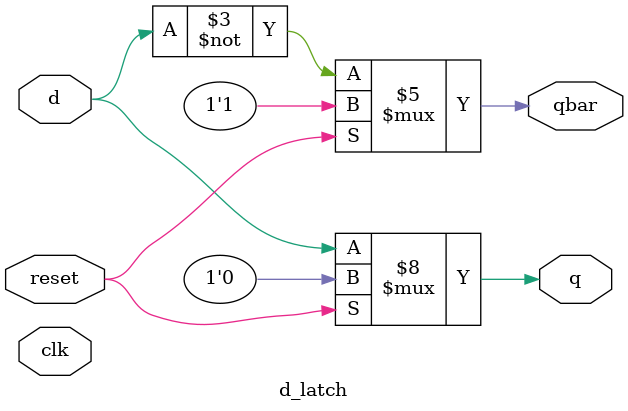
<source format=v>
module d_latch(
		// Synchronous Inputs
		input	d,
		input clk, // Actually ENABLE

		// Reset Input
		input reset,	// Clear

		output	reg q,
		output	reg qbar
					);

// DUT

// Level Sensitive/Triggered Synchronous Flop
always @(clk or reset)

	if(reset)
		begin
		q	=	1'b0;
		qbar	=	~q;
		end

	else
		begin
		q	= 	d;	// Characterisic Equation
		qbar	<= 	~q;
		end
	
endmodule

</source>
